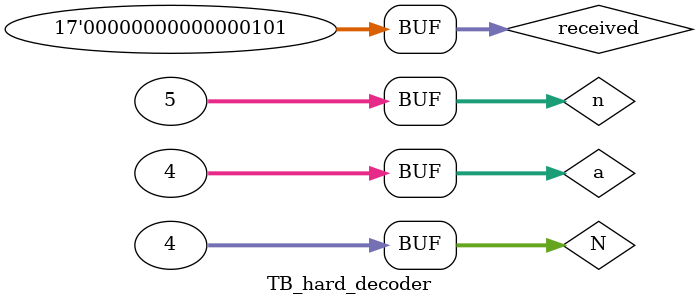
<source format=sv>
module TB_hard_decoder;

    logic [16:0] received;
    logic [31:0] N;
    logic [31:0] n;
    logic [31:0] a;
    logic [16:0] out;

    // Instantiate the Unit Under Test (UUT)
    hard_decoder uut (
        .received(received),
        .N(N),
        .n(n),
        .a(a),
        .out(out)
    );


    initial begin
        received = 16'b0101;
        N = 4;
        n = 3;
        a = 2;
        #10;
        received = 16'b0101;
        N = 4;
        n = 3;
        a = 3;
        #10;
        received = 16'b0101;
        N = 4;
        n = 3;
        a = 1;
        #10;
        received = 16'b0101;
        N = 4;
        n = 3;
        a = 4;
        
        #10;
        received = 16'b0101;
        N = 4;
        n = 4;
        a = 3;
        #10;
        received = 16'b0101;
        N = 4;
        n = 4;
        a = 6;
        #10;
        received = 16'b0101;
        N = 4;
        n = 4;
        a = 1;
        #10;
        received = 16'b0101;
        N = 4;
        n = 4;
        a = 8;


        #10;
        received = 16'b0101;
        N = 4;
        n = 5;
        a = 7;
        #10;
        received = 16'b0101;
        N = 4;
        n = 5;
        a = 8;
        #10;
        received = 16'b0101;
        N = 4;
        n = 5;
        a = 9;

        #10
        received = 16'b0101;
        N = 4;
        n = 5;
        a = 6;
        #10
        received = 16'b0101;
        N = 4;
        n = 5;
        a = 5;
        #10
        received = 16'b0101;
        N = 4;
        n = 5;
        a = 4;

        
    end
endmodule
</source>
